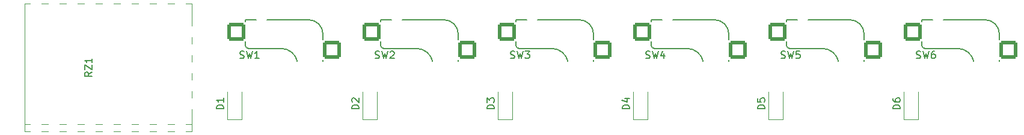
<source format=gbr>
G04 #@! TF.GenerationSoftware,KiCad,Pcbnew,(6.0.6)*
G04 #@! TF.CreationDate,2022-09-21T14:47:18+10:00*
G04 #@! TF.ProjectId,freshboard,66726573-6862-46f6-9172-642e6b696361,rev?*
G04 #@! TF.SameCoordinates,Original*
G04 #@! TF.FileFunction,Legend,Top*
G04 #@! TF.FilePolarity,Positive*
%FSLAX46Y46*%
G04 Gerber Fmt 4.6, Leading zero omitted, Abs format (unit mm)*
G04 Created by KiCad (PCBNEW (6.0.6)) date 2022-09-21 14:47:18*
%MOMM*%
%LPD*%
G01*
G04 APERTURE LIST*
G04 Aperture macros list*
%AMRoundRect*
0 Rectangle with rounded corners*
0 $1 Rounding radius*
0 $2 $3 $4 $5 $6 $7 $8 $9 X,Y pos of 4 corners*
0 Add a 4 corners polygon primitive as box body*
4,1,4,$2,$3,$4,$5,$6,$7,$8,$9,$2,$3,0*
0 Add four circle primitives for the rounded corners*
1,1,$1+$1,$2,$3*
1,1,$1+$1,$4,$5*
1,1,$1+$1,$6,$7*
1,1,$1+$1,$8,$9*
0 Add four rect primitives between the rounded corners*
20,1,$1+$1,$2,$3,$4,$5,0*
20,1,$1+$1,$4,$5,$6,$7,0*
20,1,$1+$1,$6,$7,$8,$9,0*
20,1,$1+$1,$8,$9,$2,$3,0*%
G04 Aperture macros list end*
%ADD10C,0.150000*%
%ADD11C,0.120000*%
%ADD12R,1.200000X0.900000*%
%ADD13C,3.987800*%
%ADD14C,1.750000*%
%ADD15C,3.300000*%
%ADD16RoundRect,0.250000X-1.025000X-1.000000X1.025000X-1.000000X1.025000X1.000000X-1.025000X1.000000X0*%
%ADD17R,1.600200X1.574800*%
%ADD18C,1.600000*%
G04 APERTURE END LIST*
D10*
G04 #@! TO.C,D2*
X114022380Y-99798095D02*
X113022380Y-99798095D01*
X113022380Y-99560000D01*
X113070000Y-99417142D01*
X113165238Y-99321904D01*
X113260476Y-99274285D01*
X113450952Y-99226666D01*
X113593809Y-99226666D01*
X113784285Y-99274285D01*
X113879523Y-99321904D01*
X113974761Y-99417142D01*
X114022380Y-99560000D01*
X114022380Y-99798095D01*
X113117619Y-98845714D02*
X113070000Y-98798095D01*
X113022380Y-98702857D01*
X113022380Y-98464761D01*
X113070000Y-98369523D01*
X113117619Y-98321904D01*
X113212857Y-98274285D01*
X113308095Y-98274285D01*
X113450952Y-98321904D01*
X114022380Y-98893333D01*
X114022380Y-98274285D01*
G04 #@! TO.C,SW6*
X192536666Y-92634761D02*
X192679523Y-92682380D01*
X192917619Y-92682380D01*
X193012857Y-92634761D01*
X193060476Y-92587142D01*
X193108095Y-92491904D01*
X193108095Y-92396666D01*
X193060476Y-92301428D01*
X193012857Y-92253809D01*
X192917619Y-92206190D01*
X192727142Y-92158571D01*
X192631904Y-92110952D01*
X192584285Y-92063333D01*
X192536666Y-91968095D01*
X192536666Y-91872857D01*
X192584285Y-91777619D01*
X192631904Y-91730000D01*
X192727142Y-91682380D01*
X192965238Y-91682380D01*
X193108095Y-91730000D01*
X193441428Y-91682380D02*
X193679523Y-92682380D01*
X193870000Y-91968095D01*
X194060476Y-92682380D01*
X194298571Y-91682380D01*
X195108095Y-91682380D02*
X194917619Y-91682380D01*
X194822380Y-91730000D01*
X194774761Y-91777619D01*
X194679523Y-91920476D01*
X194631904Y-92110952D01*
X194631904Y-92491904D01*
X194679523Y-92587142D01*
X194727142Y-92634761D01*
X194822380Y-92682380D01*
X195012857Y-92682380D01*
X195108095Y-92634761D01*
X195155714Y-92587142D01*
X195203333Y-92491904D01*
X195203333Y-92253809D01*
X195155714Y-92158571D01*
X195108095Y-92110952D01*
X195012857Y-92063333D01*
X194822380Y-92063333D01*
X194727142Y-92110952D01*
X194679523Y-92158571D01*
X194631904Y-92253809D01*
G04 #@! TO.C,SW5*
X173486666Y-92634761D02*
X173629523Y-92682380D01*
X173867619Y-92682380D01*
X173962857Y-92634761D01*
X174010476Y-92587142D01*
X174058095Y-92491904D01*
X174058095Y-92396666D01*
X174010476Y-92301428D01*
X173962857Y-92253809D01*
X173867619Y-92206190D01*
X173677142Y-92158571D01*
X173581904Y-92110952D01*
X173534285Y-92063333D01*
X173486666Y-91968095D01*
X173486666Y-91872857D01*
X173534285Y-91777619D01*
X173581904Y-91730000D01*
X173677142Y-91682380D01*
X173915238Y-91682380D01*
X174058095Y-91730000D01*
X174391428Y-91682380D02*
X174629523Y-92682380D01*
X174820000Y-91968095D01*
X175010476Y-92682380D01*
X175248571Y-91682380D01*
X176105714Y-91682380D02*
X175629523Y-91682380D01*
X175581904Y-92158571D01*
X175629523Y-92110952D01*
X175724761Y-92063333D01*
X175962857Y-92063333D01*
X176058095Y-92110952D01*
X176105714Y-92158571D01*
X176153333Y-92253809D01*
X176153333Y-92491904D01*
X176105714Y-92587142D01*
X176058095Y-92634761D01*
X175962857Y-92682380D01*
X175724761Y-92682380D01*
X175629523Y-92634761D01*
X175581904Y-92587142D01*
G04 #@! TO.C,D3*
X133072380Y-99798095D02*
X132072380Y-99798095D01*
X132072380Y-99560000D01*
X132120000Y-99417142D01*
X132215238Y-99321904D01*
X132310476Y-99274285D01*
X132500952Y-99226666D01*
X132643809Y-99226666D01*
X132834285Y-99274285D01*
X132929523Y-99321904D01*
X133024761Y-99417142D01*
X133072380Y-99560000D01*
X133072380Y-99798095D01*
X132072380Y-98893333D02*
X132072380Y-98274285D01*
X132453333Y-98607619D01*
X132453333Y-98464761D01*
X132500952Y-98369523D01*
X132548571Y-98321904D01*
X132643809Y-98274285D01*
X132881904Y-98274285D01*
X132977142Y-98321904D01*
X133024761Y-98369523D01*
X133072380Y-98464761D01*
X133072380Y-98750476D01*
X133024761Y-98845714D01*
X132977142Y-98893333D01*
G04 #@! TO.C,D6*
X190222380Y-99798095D02*
X189222380Y-99798095D01*
X189222380Y-99560000D01*
X189270000Y-99417142D01*
X189365238Y-99321904D01*
X189460476Y-99274285D01*
X189650952Y-99226666D01*
X189793809Y-99226666D01*
X189984285Y-99274285D01*
X190079523Y-99321904D01*
X190174761Y-99417142D01*
X190222380Y-99560000D01*
X190222380Y-99798095D01*
X189222380Y-98369523D02*
X189222380Y-98560000D01*
X189270000Y-98655238D01*
X189317619Y-98702857D01*
X189460476Y-98798095D01*
X189650952Y-98845714D01*
X190031904Y-98845714D01*
X190127142Y-98798095D01*
X190174761Y-98750476D01*
X190222380Y-98655238D01*
X190222380Y-98464761D01*
X190174761Y-98369523D01*
X190127142Y-98321904D01*
X190031904Y-98274285D01*
X189793809Y-98274285D01*
X189698571Y-98321904D01*
X189650952Y-98369523D01*
X189603333Y-98464761D01*
X189603333Y-98655238D01*
X189650952Y-98750476D01*
X189698571Y-98798095D01*
X189793809Y-98845714D01*
G04 #@! TO.C,D5*
X171172380Y-99798095D02*
X170172380Y-99798095D01*
X170172380Y-99560000D01*
X170220000Y-99417142D01*
X170315238Y-99321904D01*
X170410476Y-99274285D01*
X170600952Y-99226666D01*
X170743809Y-99226666D01*
X170934285Y-99274285D01*
X171029523Y-99321904D01*
X171124761Y-99417142D01*
X171172380Y-99560000D01*
X171172380Y-99798095D01*
X170172380Y-98321904D02*
X170172380Y-98798095D01*
X170648571Y-98845714D01*
X170600952Y-98798095D01*
X170553333Y-98702857D01*
X170553333Y-98464761D01*
X170600952Y-98369523D01*
X170648571Y-98321904D01*
X170743809Y-98274285D01*
X170981904Y-98274285D01*
X171077142Y-98321904D01*
X171124761Y-98369523D01*
X171172380Y-98464761D01*
X171172380Y-98702857D01*
X171124761Y-98798095D01*
X171077142Y-98845714D01*
G04 #@! TO.C,D4*
X152122380Y-99798095D02*
X151122380Y-99798095D01*
X151122380Y-99560000D01*
X151170000Y-99417142D01*
X151265238Y-99321904D01*
X151360476Y-99274285D01*
X151550952Y-99226666D01*
X151693809Y-99226666D01*
X151884285Y-99274285D01*
X151979523Y-99321904D01*
X152074761Y-99417142D01*
X152122380Y-99560000D01*
X152122380Y-99798095D01*
X151455714Y-98369523D02*
X152122380Y-98369523D01*
X151074761Y-98607619D02*
X151789047Y-98845714D01*
X151789047Y-98226666D01*
G04 #@! TO.C,SW1*
X97286666Y-92634761D02*
X97429523Y-92682380D01*
X97667619Y-92682380D01*
X97762857Y-92634761D01*
X97810476Y-92587142D01*
X97858095Y-92491904D01*
X97858095Y-92396666D01*
X97810476Y-92301428D01*
X97762857Y-92253809D01*
X97667619Y-92206190D01*
X97477142Y-92158571D01*
X97381904Y-92110952D01*
X97334285Y-92063333D01*
X97286666Y-91968095D01*
X97286666Y-91872857D01*
X97334285Y-91777619D01*
X97381904Y-91730000D01*
X97477142Y-91682380D01*
X97715238Y-91682380D01*
X97858095Y-91730000D01*
X98191428Y-91682380D02*
X98429523Y-92682380D01*
X98620000Y-91968095D01*
X98810476Y-92682380D01*
X99048571Y-91682380D01*
X99953333Y-92682380D02*
X99381904Y-92682380D01*
X99667619Y-92682380D02*
X99667619Y-91682380D01*
X99572380Y-91825238D01*
X99477142Y-91920476D01*
X99381904Y-91968095D01*
G04 #@! TO.C,RZ1*
X76442380Y-94622857D02*
X75966190Y-94956190D01*
X76442380Y-95194285D02*
X75442380Y-95194285D01*
X75442380Y-94813333D01*
X75490000Y-94718095D01*
X75537619Y-94670476D01*
X75632857Y-94622857D01*
X75775714Y-94622857D01*
X75870952Y-94670476D01*
X75918571Y-94718095D01*
X75966190Y-94813333D01*
X75966190Y-95194285D01*
X75442380Y-94289523D02*
X75442380Y-93622857D01*
X76442380Y-94289523D01*
X76442380Y-93622857D01*
X76442380Y-92718095D02*
X76442380Y-93289523D01*
X76442380Y-93003809D02*
X75442380Y-93003809D01*
X75585238Y-93099047D01*
X75680476Y-93194285D01*
X75728095Y-93289523D01*
G04 #@! TO.C,SW4*
X154436666Y-92634761D02*
X154579523Y-92682380D01*
X154817619Y-92682380D01*
X154912857Y-92634761D01*
X154960476Y-92587142D01*
X155008095Y-92491904D01*
X155008095Y-92396666D01*
X154960476Y-92301428D01*
X154912857Y-92253809D01*
X154817619Y-92206190D01*
X154627142Y-92158571D01*
X154531904Y-92110952D01*
X154484285Y-92063333D01*
X154436666Y-91968095D01*
X154436666Y-91872857D01*
X154484285Y-91777619D01*
X154531904Y-91730000D01*
X154627142Y-91682380D01*
X154865238Y-91682380D01*
X155008095Y-91730000D01*
X155341428Y-91682380D02*
X155579523Y-92682380D01*
X155770000Y-91968095D01*
X155960476Y-92682380D01*
X156198571Y-91682380D01*
X157008095Y-92015714D02*
X157008095Y-92682380D01*
X156770000Y-91634761D02*
X156531904Y-92349047D01*
X157150952Y-92349047D01*
G04 #@! TO.C,SW2*
X116336666Y-92634761D02*
X116479523Y-92682380D01*
X116717619Y-92682380D01*
X116812857Y-92634761D01*
X116860476Y-92587142D01*
X116908095Y-92491904D01*
X116908095Y-92396666D01*
X116860476Y-92301428D01*
X116812857Y-92253809D01*
X116717619Y-92206190D01*
X116527142Y-92158571D01*
X116431904Y-92110952D01*
X116384285Y-92063333D01*
X116336666Y-91968095D01*
X116336666Y-91872857D01*
X116384285Y-91777619D01*
X116431904Y-91730000D01*
X116527142Y-91682380D01*
X116765238Y-91682380D01*
X116908095Y-91730000D01*
X117241428Y-91682380D02*
X117479523Y-92682380D01*
X117670000Y-91968095D01*
X117860476Y-92682380D01*
X118098571Y-91682380D01*
X118431904Y-91777619D02*
X118479523Y-91730000D01*
X118574761Y-91682380D01*
X118812857Y-91682380D01*
X118908095Y-91730000D01*
X118955714Y-91777619D01*
X119003333Y-91872857D01*
X119003333Y-91968095D01*
X118955714Y-92110952D01*
X118384285Y-92682380D01*
X119003333Y-92682380D01*
G04 #@! TO.C,SW3*
X135386666Y-92634761D02*
X135529523Y-92682380D01*
X135767619Y-92682380D01*
X135862857Y-92634761D01*
X135910476Y-92587142D01*
X135958095Y-92491904D01*
X135958095Y-92396666D01*
X135910476Y-92301428D01*
X135862857Y-92253809D01*
X135767619Y-92206190D01*
X135577142Y-92158571D01*
X135481904Y-92110952D01*
X135434285Y-92063333D01*
X135386666Y-91968095D01*
X135386666Y-91872857D01*
X135434285Y-91777619D01*
X135481904Y-91730000D01*
X135577142Y-91682380D01*
X135815238Y-91682380D01*
X135958095Y-91730000D01*
X136291428Y-91682380D02*
X136529523Y-92682380D01*
X136720000Y-91968095D01*
X136910476Y-92682380D01*
X137148571Y-91682380D01*
X137434285Y-91682380D02*
X138053333Y-91682380D01*
X137720000Y-92063333D01*
X137862857Y-92063333D01*
X137958095Y-92110952D01*
X138005714Y-92158571D01*
X138053333Y-92253809D01*
X138053333Y-92491904D01*
X138005714Y-92587142D01*
X137958095Y-92634761D01*
X137862857Y-92682380D01*
X137577142Y-92682380D01*
X137481904Y-92634761D01*
X137434285Y-92587142D01*
G04 #@! TO.C,D1*
X94972380Y-99798095D02*
X93972380Y-99798095D01*
X93972380Y-99560000D01*
X94020000Y-99417142D01*
X94115238Y-99321904D01*
X94210476Y-99274285D01*
X94400952Y-99226666D01*
X94543809Y-99226666D01*
X94734285Y-99274285D01*
X94829523Y-99321904D01*
X94924761Y-99417142D01*
X94972380Y-99560000D01*
X94972380Y-99798095D01*
X94972380Y-98274285D02*
X94972380Y-98845714D01*
X94972380Y-98560000D02*
X93972380Y-98560000D01*
X94115238Y-98655238D01*
X94210476Y-98750476D01*
X94258095Y-98845714D01*
D11*
G04 #@! TO.C,D2*
X114570000Y-101310000D02*
X114570000Y-97410000D01*
X114570000Y-101310000D02*
X116570000Y-101310000D01*
X116570000Y-101310000D02*
X116570000Y-97410000D01*
D10*
G04 #@! TO.C,SW6*
X194805176Y-87229780D02*
X193255176Y-87229780D01*
X204205176Y-90029780D02*
X204205176Y-89229780D01*
X193755176Y-91279780D02*
X198320000Y-91279780D01*
X193255176Y-87229780D02*
X193255176Y-87459780D01*
X193255176Y-90309780D02*
X193255176Y-90779780D01*
X202205176Y-87229780D02*
X196305176Y-87229780D01*
X204205176Y-92879780D02*
X204205176Y-93119780D01*
X200614322Y-93119780D02*
G75*
G03*
X198320000Y-91279780I-2293456J-509332D01*
G01*
X193255176Y-90779780D02*
G75*
G03*
X193755176Y-91279780I500001J1D01*
G01*
X204205170Y-89229780D02*
G75*
G03*
X202205176Y-87229780I-1999990J10D01*
G01*
G04 #@! TO.C,SW5*
X183155176Y-87229780D02*
X177255176Y-87229780D01*
X174705176Y-91279780D02*
X179270000Y-91279780D01*
X174205176Y-90309780D02*
X174205176Y-90779780D01*
X185155176Y-92879780D02*
X185155176Y-93119780D01*
X185155176Y-90029780D02*
X185155176Y-89229780D01*
X174205176Y-87229780D02*
X174205176Y-87459780D01*
X175755176Y-87229780D02*
X174205176Y-87229780D01*
X181564322Y-93119780D02*
G75*
G03*
X179270000Y-91279780I-2293456J-509332D01*
G01*
X185155170Y-89229780D02*
G75*
G03*
X183155176Y-87229780I-1999990J10D01*
G01*
X174205176Y-90779780D02*
G75*
G03*
X174705176Y-91279780I500001J1D01*
G01*
D11*
G04 #@! TO.C,D3*
X133620000Y-101310000D02*
X135620000Y-101310000D01*
X135620000Y-101310000D02*
X135620000Y-97410000D01*
X133620000Y-101310000D02*
X133620000Y-97410000D01*
G04 #@! TO.C,D6*
X192770000Y-101310000D02*
X192770000Y-97410000D01*
X190770000Y-101310000D02*
X190770000Y-97410000D01*
X190770000Y-101310000D02*
X192770000Y-101310000D01*
G04 #@! TO.C,D5*
X171720000Y-101310000D02*
X171720000Y-97410000D01*
X173720000Y-101310000D02*
X173720000Y-97410000D01*
X171720000Y-101310000D02*
X173720000Y-101310000D01*
G04 #@! TO.C,D4*
X154670000Y-101310000D02*
X154670000Y-97410000D01*
X152670000Y-101310000D02*
X152670000Y-97410000D01*
X152670000Y-101310000D02*
X154670000Y-101310000D01*
D10*
G04 #@! TO.C,SW1*
X99555176Y-87229780D02*
X98005176Y-87229780D01*
X106955176Y-87229780D02*
X101055176Y-87229780D01*
X98005176Y-87229780D02*
X98005176Y-87459780D01*
X98005176Y-90309780D02*
X98005176Y-90779780D01*
X108955176Y-92879780D02*
X108955176Y-93119780D01*
X98505176Y-91279780D02*
X103070000Y-91279780D01*
X108955176Y-90029780D02*
X108955176Y-89229780D01*
X98005176Y-90779780D02*
G75*
G03*
X98505176Y-91279780I500001J1D01*
G01*
X108955170Y-89229780D02*
G75*
G03*
X106955176Y-87229780I-1999990J10D01*
G01*
X105364322Y-93119780D02*
G75*
G03*
X103070000Y-91279780I-2293456J-509332D01*
G01*
D11*
G04 #@! TO.C,RZ1*
X90490000Y-101998000D02*
X66990000Y-101998000D01*
X90490000Y-102980000D02*
X90490000Y-84980000D01*
X66990000Y-102980000D02*
X90490000Y-102980000D01*
X66990000Y-84980000D02*
X66990000Y-102980000D01*
X90490000Y-84980000D02*
X66990000Y-84980000D01*
D10*
G04 #@! TO.C,SW4*
X156705176Y-87229780D02*
X155155176Y-87229780D01*
X155655176Y-91279780D02*
X160220000Y-91279780D01*
X155155176Y-87229780D02*
X155155176Y-87459780D01*
X166105176Y-92879780D02*
X166105176Y-93119780D01*
X164105176Y-87229780D02*
X158205176Y-87229780D01*
X166105176Y-90029780D02*
X166105176Y-89229780D01*
X155155176Y-90309780D02*
X155155176Y-90779780D01*
X166105170Y-89229780D02*
G75*
G03*
X164105176Y-87229780I-1999990J10D01*
G01*
X162514322Y-93119780D02*
G75*
G03*
X160220000Y-91279780I-2293456J-509332D01*
G01*
X155155176Y-90779780D02*
G75*
G03*
X155655176Y-91279780I500001J1D01*
G01*
G04 #@! TO.C,SW2*
X117055176Y-90309780D02*
X117055176Y-90779780D01*
X117555176Y-91279780D02*
X122120000Y-91279780D01*
X128005176Y-90029780D02*
X128005176Y-89229780D01*
X126005176Y-87229780D02*
X120105176Y-87229780D01*
X117055176Y-87229780D02*
X117055176Y-87459780D01*
X118605176Y-87229780D02*
X117055176Y-87229780D01*
X128005176Y-92879780D02*
X128005176Y-93119780D01*
X128005170Y-89229780D02*
G75*
G03*
X126005176Y-87229780I-1999990J10D01*
G01*
X124414322Y-93119780D02*
G75*
G03*
X122120000Y-91279780I-2293456J-509332D01*
G01*
X117055176Y-90779780D02*
G75*
G03*
X117555176Y-91279780I500001J1D01*
G01*
G04 #@! TO.C,SW3*
X136605176Y-91279780D02*
X141170000Y-91279780D01*
X136105176Y-87229780D02*
X136105176Y-87459780D01*
X137655176Y-87229780D02*
X136105176Y-87229780D01*
X147055176Y-90029780D02*
X147055176Y-89229780D01*
X136105176Y-90309780D02*
X136105176Y-90779780D01*
X145055176Y-87229780D02*
X139155176Y-87229780D01*
X147055176Y-92879780D02*
X147055176Y-93119780D01*
X147055170Y-89229780D02*
G75*
G03*
X145055176Y-87229780I-1999990J10D01*
G01*
X136105176Y-90779780D02*
G75*
G03*
X136605176Y-91279780I500001J1D01*
G01*
X143464322Y-93119780D02*
G75*
G03*
X141170000Y-91279780I-2293456J-509332D01*
G01*
D11*
G04 #@! TO.C,D1*
X97520000Y-101310000D02*
X97520000Y-97410000D01*
X95520000Y-101310000D02*
X95520000Y-97410000D01*
X95520000Y-101310000D02*
X97520000Y-101310000D01*
G04 #@! TD*
%LPC*%
D12*
G04 #@! TO.C,D2*
X115570000Y-100710000D03*
X115570000Y-97410000D03*
G04 #@! TD*
D13*
G04 #@! TO.C,SW6*
X198120000Y-93980000D03*
D14*
X203200000Y-93980000D03*
X193040000Y-93980000D03*
D15*
X201930000Y-91440000D03*
D16*
X205480000Y-91440000D03*
X192030000Y-88900000D03*
D15*
X195580000Y-88900000D03*
G04 #@! TD*
D13*
G04 #@! TO.C,SW5*
X179070000Y-93980000D03*
D14*
X184150000Y-93980000D03*
X173990000Y-93980000D03*
D16*
X186430000Y-91440000D03*
D15*
X182880000Y-91440000D03*
X176530000Y-88900000D03*
D16*
X172980000Y-88900000D03*
G04 #@! TD*
D12*
G04 #@! TO.C,D3*
X134620000Y-100710000D03*
X134620000Y-97410000D03*
G04 #@! TD*
G04 #@! TO.C,D6*
X191770000Y-100710000D03*
X191770000Y-97410000D03*
G04 #@! TD*
G04 #@! TO.C,D5*
X172720000Y-100710000D03*
X172720000Y-97410000D03*
G04 #@! TD*
G04 #@! TO.C,D4*
X153670000Y-100710000D03*
X153670000Y-97410000D03*
G04 #@! TD*
D14*
G04 #@! TO.C,SW1*
X107950000Y-93980000D03*
D13*
X102870000Y-93980000D03*
D14*
X97790000Y-93980000D03*
D16*
X110230000Y-91440000D03*
D15*
X106680000Y-91440000D03*
D16*
X96780000Y-88900000D03*
D15*
X100330000Y-88900000D03*
G04 #@! TD*
D17*
G04 #@! TO.C,RZ1*
X86362500Y-102472000D03*
X68582500Y-102446600D03*
X71122500Y-102446600D03*
X83822500Y-102446600D03*
X89816900Y-88908400D03*
X89842300Y-99068400D03*
X86362500Y-85454000D03*
X81282500Y-102446600D03*
X78729800Y-85377800D03*
X68582500Y-85428600D03*
X89816900Y-91448400D03*
X88902500Y-102472000D03*
X88902500Y-85454000D03*
X83822500Y-85428600D03*
X81282500Y-85428600D03*
X71122500Y-85428600D03*
X73662500Y-102472000D03*
X89816900Y-96528400D03*
X89842300Y-93988400D03*
X73662500Y-85454000D03*
X76202500Y-102472000D03*
X76202500Y-85454000D03*
X78729800Y-102395800D03*
D18*
X68580000Y-86360000D03*
X71120000Y-86360000D03*
X73660000Y-86360000D03*
X76200000Y-86360000D03*
X78740000Y-86360000D03*
X81280000Y-86360000D03*
X83820000Y-86360000D03*
X86360000Y-86360000D03*
X88900000Y-86360000D03*
X89110000Y-88900000D03*
X89110000Y-91440000D03*
X89110000Y-93980000D03*
X89110000Y-96520000D03*
X89110000Y-99060000D03*
X88900000Y-101600000D03*
X86360000Y-101600000D03*
X83820000Y-101600000D03*
X81280000Y-101600000D03*
X78740000Y-101600000D03*
X76200000Y-101600000D03*
X73660000Y-101600000D03*
X68580000Y-101600000D03*
X71120000Y-101600000D03*
G04 #@! TD*
D14*
G04 #@! TO.C,SW4*
X154940000Y-93980000D03*
D13*
X160020000Y-93980000D03*
D14*
X165100000Y-93980000D03*
D15*
X163830000Y-91440000D03*
D16*
X167380000Y-91440000D03*
X153930000Y-88900000D03*
D15*
X157480000Y-88900000D03*
G04 #@! TD*
D14*
G04 #@! TO.C,SW2*
X127000000Y-93980000D03*
X116840000Y-93980000D03*
D13*
X121920000Y-93980000D03*
D16*
X129280000Y-91440000D03*
D15*
X125730000Y-91440000D03*
D16*
X115830000Y-88900000D03*
D15*
X119380000Y-88900000D03*
G04 #@! TD*
D14*
G04 #@! TO.C,SW3*
X135890000Y-93980000D03*
D13*
X140970000Y-93980000D03*
D14*
X146050000Y-93980000D03*
D16*
X148330000Y-91440000D03*
D15*
X144780000Y-91440000D03*
D16*
X134880000Y-88900000D03*
D15*
X138430000Y-88900000D03*
G04 #@! TD*
D12*
G04 #@! TO.C,D1*
X96520000Y-100710000D03*
X96520000Y-97410000D03*
G04 #@! TD*
M02*

</source>
